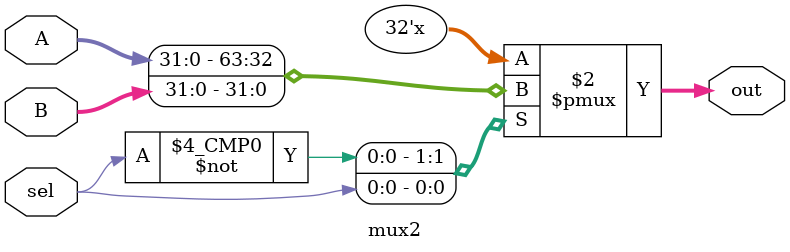
<source format=v>
`timescale 1ns / 1ps
module mux2(A, B, sel, out);
	input [31:0]A;
	input [31:0]B;
	input sel;
	output reg[31:0] out;
	
	always @(*)
		begin
			case(sel)
				0: out = A;
				1: out = B;
			endcase
		end
endmodule

</source>
